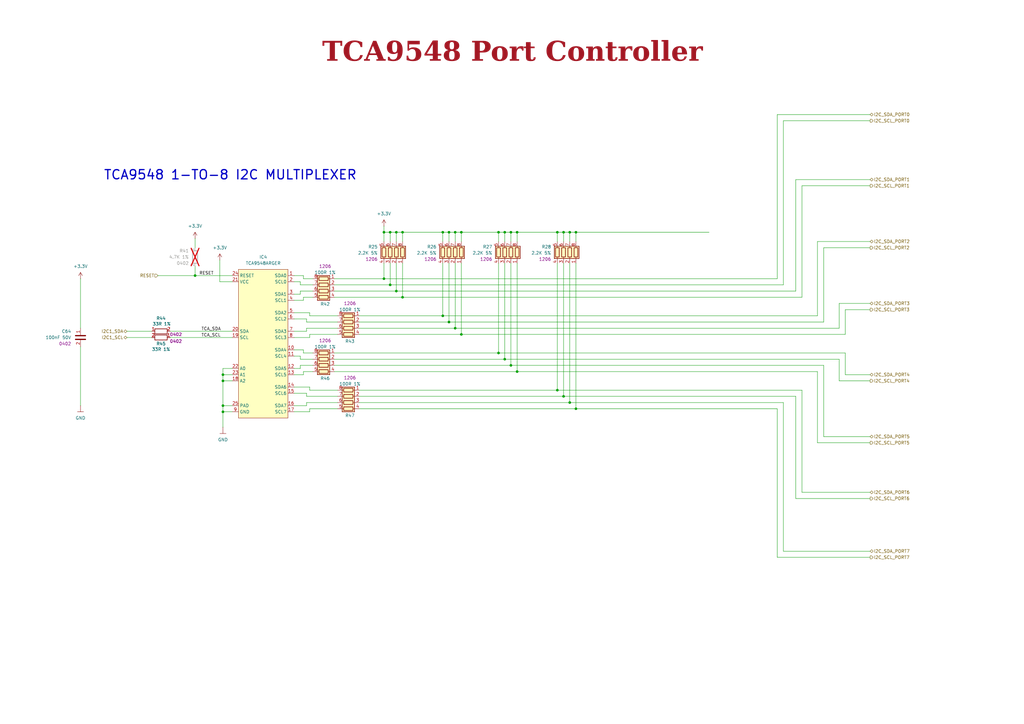
<source format=kicad_sch>
(kicad_sch (version 20250114) (generator "eeschema") (generator_version "9.0")
  (paper "A3")
  (title_block (title "TCA9548 Port Controller") (date "2025-01-12") (rev "${REVISION}") (company "${COMPANY}"))
  (lib_symbols
    (symbol "DS_Capacitor_0402:100nF 50V 0402"
      (property "Reference" "C" (at 3.81 2.032 0))
      (property "Value" "100nF 50V" (at 3.81 0 0))
      (property "FOOTPRINT_SHORT" "0402" (at 3.81 -2.032 0))
      (symbol "100nF 50V 0402_0_1"
        (polyline (pts (xy -2.032 0.762) (xy 2.032 0.762)) (stroke (width 0.508)))
        (polyline (pts (xy -2.032 -0.762) (xy 2.032 -0.762)) (stroke (width 0.508)))
      )
      (symbol "100nF 50V 0402_1_1"
        (pin passive line (at 0 3.81 270) (length 2.794) (name "~") (number "1"))
        (pin passive line (at 0 -3.81 90) (length 2.794) (name "~") (number "2"))
      )
    )
    (symbol "DS_Peripherals:TCA9548ARGER"
      (property "Reference" "IC" (at -6.35 33.274 0))
      (property "Value" "TCA9548ARGER" (at -1.778 -31.496 0))
      (symbol "TCA9548ARGER_0_0"
        (pin input line (at -12.7 29.21 0) (length 2.54) (name "RESET") (number "24"))
        (pin power_in line (at -12.7 26.67 0) (length 2.54) (name "VCC") (number "21"))
        (pin bidirectional line (at -12.7 6.35 0) (length 2.54) (name "SDA") (number "20"))
        (pin bidirectional line (at -12.7 3.81 0) (length 2.54) (name "SCL") (number "19"))
        (pin input line (at -12.7 -8.89 0) (length 2.54) (name "A0") (number "22"))
        (pin input line (at -12.7 -11.43 0) (length 2.54) (name "A1") (number "23"))
        (pin input line (at -12.7 -13.97 0) (length 2.54) (name "A2") (number "18"))
        (pin power_in line (at -12.7 -24.13 0) (length 2.54) (name "PAD") (number "25"))
        (pin power_in line (at -12.7 -26.67 0) (length 2.54) (name "GND") (number "9"))
        (pin bidirectional line (at 12.7 29.21 180) (length 2.54) (name "SDA0") (number "1"))
        (pin bidirectional line (at 12.7 26.67 180) (length 2.54) (name "SCL0") (number "2"))
        (pin bidirectional line (at 12.7 21.59 180) (length 2.54) (name "SDA1") (number "3"))
        (pin bidirectional line (at 12.7 19.05 180) (length 2.54) (name "SCL1") (number "4"))
        (pin bidirectional line (at 12.7 13.97 180) (length 2.54) (name "SDA2") (number "5"))
        (pin bidirectional line (at 12.7 11.43 180) (length 2.54) (name "SCL2") (number "6"))
        (pin bidirectional line (at 12.7 6.35 180) (length 2.54) (name "SDA3") (number "7"))
        (pin bidirectional line (at 12.7 3.81 180) (length 2.54) (name "SCL3") (number "8"))
        (pin bidirectional line (at 12.7 -1.27 180) (length 2.54) (name "SDA4") (number "10"))
        (pin bidirectional line (at 12.7 -3.81 180) (length 2.54) (name "SCL4") (number "11"))
        (pin bidirectional line (at 12.7 -8.89 180) (length 2.54) (name "SDA5") (number "12"))
        (pin bidirectional line (at 12.7 -11.43 180) (length 2.54) (name "SCL5") (number "13"))
        (pin bidirectional line (at 12.7 -16.51 180) (length 2.54) (name "SDA6") (number "14"))
        (pin bidirectional line (at 12.7 -19.05 180) (length 2.54) (name "SCL6") (number "15"))
        (pin bidirectional line (at 12.7 -24.13 180) (length 2.54) (name "SDA7") (number "16"))
        (pin bidirectional line (at 12.7 -26.67 180) (length 2.54) (name "SCL7") (number "17"))
      )
      (symbol "TCA9548ARGER_0_1"
        (rectangle (start -10.16 31.75) (end 10.16 -29.21) (fill (type background)))
      )
    )
    (symbol "DS_Resistor_0402:33R 1% 0402"
      (property "Reference" "R" (at 2.032 2.032 0))
      (property "Value" "33R 1%" (at 2.032 0 0))
      (property "FOOTPRINT_SHORT" "0402" (at 2.032 -2.032 0))
      (symbol "33R 1% 0402_0_1"
        (rectangle (start -1.016 2.54) (end 1.016 -2.54) (stroke (width 0.254)))
      )
      (symbol "33R 1% 0402_1_1"
        (pin passive line (at 0 3.81 270) (length 1.27) (name "~") (number "1"))
        (pin passive line (at 0 -3.81 90) (length 1.27) (name "~") (number "2"))
      )
    )
    (symbol "DS_Resistor_0402:4.7K 1% 0402"
      (property "Reference" "R" (at 2.032 2.032 0))
      (property "Value" "4.7K 1%" (at 2.032 0 0))
      (property "FOOTPRINT_SHORT" "0402" (at 2.032 -2.032 0))
      (symbol "4.7K 1% 0402_0_1"
        (rectangle (start -1.016 2.54) (end 1.016 -2.54) (stroke (width 0.254)))
      )
      (symbol "4.7K 1% 0402_1_1"
        (pin passive line (at 0 3.81 270) (length 1.27) (name "~") (number "1"))
        (pin passive line (at 0 -3.81 90) (length 1.27) (name "~") (number "2"))
      )
    )
    (symbol "DS_Resistor_1206:100R 1% ARRAY 1206"
      (property "Reference" "R" (at 6.096 2.794 0))
      (property "Value" "100R 1%" (at 6.096 0.762 0))
      (property "FOOTPRINT_SHORT" "1206" (at 6.096 -1.27 0))
      (symbol "100R 1% ARRAY 1206_0_1"
        (rectangle (start -5.08 3.175) (end 5.08 -1.905) (stroke (width 0.254)) (fill (type background)))
        (rectangle (start -4.572 2.54) (end -3.048 -1.27) (stroke (width 0.254)))
        (polyline (pts (xy -3.81 -1.27) (xy -3.81 -2.54)))
        (rectangle (start -2.032 2.54) (end -0.508 -1.27) (stroke (width 0.254)))
        (polyline (pts (xy -1.27 -1.27) (xy -1.27 -2.54)))
        (rectangle (start 0.508 2.54) (end 2.032 -1.27) (stroke (width 0.254)))
        (polyline (pts (xy 1.27 -1.27) (xy 1.27 -2.54)))
        (rectangle (start 3.048 2.54) (end 4.572 -1.27) (stroke (width 0.254)))
        (polyline (pts (xy 3.81 -1.27) (xy 3.81 -2.54)))
      )
      (symbol "100R 1% ARRAY 1206_1_1"
        (pin passive line (at -3.81 5.08 270) (length 2.54) (name "R12") (number "8"))
        (pin passive line (at -3.81 -3.81 90) (length 1.27) (name "R11") (number "1"))
        (pin passive line (at -1.27 5.08 270) (length 2.54) (name "R22") (number "7"))
        (pin passive line (at -1.27 -3.81 90) (length 1.27) (name "R12") (number "2"))
        (pin passive line (at 1.27 5.08 270) (length 2.54) (name "R23") (number "6"))
        (pin passive line (at 1.27 -3.81 90) (length 1.27) (name "R13") (number "3"))
        (pin passive line (at 3.81 5.08 270) (length 2.54) (name "R24") (number "5"))
        (pin passive line (at 3.81 -3.81 90) (length 1.27) (name "R14") (number "4"))
      )
    )
    (symbol "DS_Resistor_1206:2.2K 5% ARRAY 1206"
      (property "Reference" "R" (at 6.096 2.794 0))
      (property "Value" "2.2K 5%" (at 6.096 0.762 0))
      (property "FOOTPRINT_SHORT" "1206" (at 6.096 -1.27 0))
      (symbol "2.2K 5% ARRAY 1206_0_1"
        (rectangle (start -5.08 3.175) (end 5.08 -1.905) (stroke (width 0.254)) (fill (type background)))
        (rectangle (start -4.572 2.54) (end -3.048 -1.27) (stroke (width 0.254)))
        (polyline (pts (xy -3.81 -1.27) (xy -3.81 -2.54)))
        (rectangle (start -2.032 2.54) (end -0.508 -1.27) (stroke (width 0.254)))
        (polyline (pts (xy -1.27 -1.27) (xy -1.27 -2.54)))
        (rectangle (start 0.508 2.54) (end 2.032 -1.27) (stroke (width 0.254)))
        (polyline (pts (xy 1.27 -1.27) (xy 1.27 -2.54)))
        (rectangle (start 3.048 2.54) (end 4.572 -1.27) (stroke (width 0.254)))
        (polyline (pts (xy 3.81 -1.27) (xy 3.81 -2.54)))
      )
      (symbol "2.2K 5% ARRAY 1206_1_1"
        (pin passive line (at -3.81 5.08 270) (length 2.54) (name "R12") (number "8"))
        (pin passive line (at -3.81 -3.81 90) (length 1.27) (name "R11") (number "1"))
        (pin passive line (at -1.27 5.08 270) (length 2.54) (name "R22") (number "7"))
        (pin passive line (at -1.27 -3.81 90) (length 1.27) (name "R12") (number "2"))
        (pin passive line (at 1.27 5.08 270) (length 2.54) (name "R23") (number "6"))
        (pin passive line (at 1.27 -3.81 90) (length 1.27) (name "R13") (number "3"))
        (pin passive line (at 3.81 5.08 270) (length 2.54) (name "R24") (number "5"))
        (pin passive line (at 3.81 -3.81 90) (length 1.27) (name "R14") (number "4"))
      )
    )
    (symbol "DS_Supply:GND" (power) (pin_numbers (hide yes)) (pin_names (offset 0) (hide yes))
      (property "Value" "GND" (at 0 -3.81 0))
      (symbol "GND_0_1"
        (polyline (pts (xy 0 0) (xy 0 -2.54) (xy 1.27 -2.54) (xy 0 -2.54) (xy -1.27 -2.54) (xy 0 -2.54)))
      )
      (symbol "GND_1_1"
        (pin power_in line (at 0 0 270) (length 0) (name "~") (number "1"))
      )
    )
    (symbol "power:+3.3V" (power) (pin_numbers (hide yes)) (pin_names (offset 0) (hide yes))
      (property "Value" "+3.3V" (at 0 3.556 0))
      (symbol "+3.3V_0_1"
        (polyline (pts (xy -0.762 1.27) (xy 0 2.54)))
        (polyline (pts (xy 0 2.54) (xy 0.762 1.27)))
        (polyline (pts (xy 0 0) (xy 0 2.54)))
      )
      (symbol "+3.3V_1_1"
        (pin power_in line (at 0 0 90) (length 0) (name "~") (number "1"))
      )
    )
  )
  (text "TCA9548 1-TO-8 I2C MULTIPLEXER" (at 42.418 71.882 0) (effects (font (size 3.81 3.81) (thickness 0.508) (bold yes)) (justify left)))
  (text_box "TCA9548 Port Controller" (at 12.7 15.24 0) (size 394.97 12.7) (margins 5.9999 5.9999 5.9999 5.9999) (stroke (width -0.0001)) (effects (font (size 8 8) (thickness 1.2) (bold yes))))
  (junction (at 236.22 167.64))
  (junction (at 207.01 95.25))
  (junction (at 204.47 95.25))
  (junction (at 212.09 95.25))
  (junction (at 160.02 95.25))
  (junction (at 228.6 95.25))
  (junction (at 165.1 95.25))
  (junction (at 157.48 114.3))
  (junction (at 233.68 165.1))
  (junction (at 91.44 168.91))
  (junction (at 91.44 156.21))
  (junction (at 236.22 95.25))
  (junction (at 189.23 95.25))
  (junction (at 181.61 129.54))
  (junction (at 186.69 134.62))
  (junction (at 186.69 95.25))
  (junction (at 162.56 119.38))
  (junction (at 231.14 95.25))
  (junction (at 91.44 153.67))
  (junction (at 209.55 149.86))
  (junction (at 204.47 144.78))
  (junction (at 228.6 160.02))
  (junction (at 184.15 132.08))
  (junction (at 162.56 95.25))
  (junction (at 231.14 162.56))
  (junction (at 157.48 95.25))
  (junction (at 91.44 166.37))
  (junction (at 209.55 95.25))
  (junction (at 181.61 95.25))
  (junction (at 207.01 147.32))
  (junction (at 160.02 116.84))
  (junction (at 212.09 152.4))
  (junction (at 189.23 137.16))
  (junction (at 184.15 95.25))
  (junction (at 80.01 113.03))
  (junction (at 165.1 121.92))
  (junction (at 233.68 95.25))
  (wire (pts (xy 147.32 132.08) (xy 184.15 132.08)))
  (wire (pts (xy 337.82 101.6) (xy 356.87 101.6)))
  (wire (pts (xy 328.93 201.93) (xy 328.93 160.02)))
  (wire (pts (xy 123.19 119.38) (xy 128.27 119.38)))
  (wire (pts (xy 181.61 95.25) (xy 181.61 99.06)))
  (wire (pts (xy 120.65 113.03) (xy 124.46 113.03)))
  (wire (pts (xy 137.16 152.4) (xy 212.09 152.4)))
  (wire (pts (xy 346.71 127) (xy 346.71 137.16)))
  (wire (pts (xy 326.39 73.66) (xy 356.87 73.66)))
  (wire (pts (xy 186.69 134.62) (xy 344.17 134.62)))
  (wire (pts (xy 69.85 138.43) (xy 95.25 138.43)))
  (wire (pts (xy 91.44 153.67) (xy 95.25 153.67)))
  (wire (pts (xy 124.46 114.3) (xy 128.27 114.3)))
  (wire (pts (xy 318.77 228.6) (xy 356.87 228.6)))
  (wire (pts (xy 125.73 134.62) (xy 138.43 134.62)))
  (wire (pts (xy 120.65 128.27) (xy 127 128.27)))
  (wire (pts (xy 228.6 95.25) (xy 231.14 95.25)))
  (wire (pts (xy 91.44 166.37) (xy 95.25 166.37)))
  (wire (pts (xy 228.6 107.95) (xy 228.6 160.02)))
  (wire (pts (xy 123.19 116.84) (xy 128.27 116.84)))
  (wire (pts (xy 189.23 95.25) (xy 189.23 99.06)))
  (wire (pts (xy 125.73 132.08) (xy 138.43 132.08)))
  (wire (pts (xy 162.56 119.38) (xy 326.39 119.38)))
  (wire (pts (xy 120.65 153.67) (xy 124.46 153.67)))
  (wire (pts (xy 236.22 95.25) (xy 236.22 99.06)))
  (wire (pts (xy 137.16 114.3) (xy 157.48 114.3)))
  (wire (pts (xy 147.32 129.54) (xy 181.61 129.54)))
  (wire (pts (xy 125.73 162.56) (xy 138.43 162.56)))
  (wire (pts (xy 160.02 95.25) (xy 160.02 99.06)))
  (wire (pts (xy 80.01 97.79) (xy 80.01 101.6)))
  (wire (pts (xy 207.01 95.25) (xy 207.01 99.06)))
  (wire (pts (xy 186.69 95.25) (xy 186.69 99.06)))
  (wire (pts (xy 80.01 113.03) (xy 95.25 113.03)))
  (wire (pts (xy 209.55 149.86) (xy 337.82 149.86)))
  (wire (pts (xy 337.82 132.08) (xy 337.82 101.6)))
  (wire (pts (xy 124.46 121.92) (xy 128.27 121.92)))
  (wire (pts (xy 212.09 95.25) (xy 212.09 99.06)))
  (wire (pts (xy 124.46 153.67) (xy 124.46 152.4)))
  (wire (pts (xy 233.68 107.95) (xy 233.68 165.1)))
  (wire (pts (xy 91.44 153.67) (xy 91.44 156.21)))
  (wire (pts (xy 181.61 129.54) (xy 335.28 129.54)))
  (wire (pts (xy 207.01 95.25) (xy 209.55 95.25)))
  (wire (pts (xy 120.65 161.29) (xy 125.73 161.29)))
  (wire (pts (xy 321.31 116.84) (xy 321.31 49.53)))
  (wire (pts (xy 125.73 166.37) (xy 125.73 165.1)))
  (wire (pts (xy 326.39 204.47) (xy 356.87 204.47)))
  (wire (pts (xy 326.39 73.66) (xy 326.39 119.38)))
  (wire (pts (xy 137.16 144.78) (xy 204.47 144.78)))
  (wire (pts (xy 120.65 166.37) (xy 125.73 166.37)))
  (wire (pts (xy 120.65 168.91) (xy 127 168.91)))
  (wire (pts (xy 123.19 149.86) (xy 128.27 149.86)))
  (wire (pts (xy 91.44 168.91) (xy 95.25 168.91)))
  (wire (pts (xy 328.93 76.2) (xy 328.93 121.92)))
  (wire (pts (xy 335.28 152.4) (xy 335.28 181.61)))
  (wire (pts (xy 124.46 113.03) (xy 124.46 114.3)))
  (wire (pts (xy 236.22 107.95) (xy 236.22 167.64)))
  (wire (pts (xy 157.48 114.3) (xy 318.77 114.3)))
  (wire (pts (xy 95.25 151.13) (xy 91.44 151.13)))
  (wire (pts (xy 127 137.16) (xy 138.43 137.16)))
  (wire (pts (xy 157.48 92.71) (xy 157.48 95.25)))
  (wire (pts (xy 125.73 161.29) (xy 125.73 162.56)))
  (wire (pts (xy 120.65 146.05) (xy 123.19 146.05)))
  (wire (pts (xy 165.1 121.92) (xy 328.93 121.92)))
  (wire (pts (xy 91.44 168.91) (xy 91.44 175.26)))
  (wire (pts (xy 123.19 147.32) (xy 128.27 147.32)))
  (wire (pts (xy 328.93 201.93) (xy 356.87 201.93)))
  (wire (pts (xy 123.19 151.13) (xy 123.19 149.86)))
  (wire (pts (xy 321.31 165.1) (xy 321.31 226.06)))
  (wire (pts (xy 231.14 95.25) (xy 233.68 95.25)))
  (wire (pts (xy 233.68 95.25) (xy 233.68 99.06)))
  (wire (pts (xy 204.47 95.25) (xy 204.47 99.06)))
  (wire (pts (xy 326.39 204.47) (xy 326.39 162.56)))
  (wire (pts (xy 95.25 115.57) (xy 90.17 115.57)))
  (wire (pts (xy 124.46 152.4) (xy 128.27 152.4)))
  (wire (pts (xy 318.77 114.3) (xy 318.77 46.99)))
  (wire (pts (xy 127 158.75) (xy 127 160.02)))
  (wire (pts (xy 124.46 144.78) (xy 128.27 144.78)))
  (wire (pts (xy 344.17 124.46) (xy 356.87 124.46)))
  (wire (pts (xy 127 129.54) (xy 138.43 129.54)))
  (wire (pts (xy 160.02 107.95) (xy 160.02 116.84)))
  (wire (pts (xy 189.23 137.16) (xy 346.71 137.16)))
  (wire (pts (xy 209.55 95.25) (xy 212.09 95.25)))
  (wire (pts (xy 137.16 149.86) (xy 209.55 149.86)))
  (wire (pts (xy 209.55 107.95) (xy 209.55 149.86)))
  (wire (pts (xy 147.32 160.02) (xy 228.6 160.02)))
  (wire (pts (xy 207.01 147.32) (xy 344.17 147.32)))
  (wire (pts (xy 165.1 95.25) (xy 165.1 99.06)))
  (wire (pts (xy 80.01 113.03) (xy 64.77 113.03)))
  (wire (pts (xy 125.73 130.81) (xy 125.73 132.08)))
  (wire (pts (xy 186.69 95.25) (xy 189.23 95.25)))
  (wire (pts (xy 186.69 107.95) (xy 186.69 134.62)))
  (wire (pts (xy 157.48 107.95) (xy 157.48 114.3)))
  (wire (pts (xy 127 168.91) (xy 127 167.64)))
  (wire (pts (xy 120.65 138.43) (xy 127 138.43)))
  (wire (pts (xy 147.32 137.16) (xy 189.23 137.16)))
  (wire (pts (xy 207.01 107.95) (xy 207.01 147.32)))
  (wire (pts (xy 147.32 162.56) (xy 231.14 162.56)))
  (wire (pts (xy 337.82 149.86) (xy 337.82 179.07)))
  (wire (pts (xy 127 138.43) (xy 127 137.16)))
  (wire (pts (xy 204.47 95.25) (xy 207.01 95.25)))
  (wire (pts (xy 346.71 153.67) (xy 346.71 144.78)))
  (wire (pts (xy 344.17 156.21) (xy 344.17 147.32)))
  (wire (pts (xy 231.14 107.95) (xy 231.14 162.56)))
  (wire (pts (xy 321.31 226.06) (xy 356.87 226.06)))
  (wire (pts (xy 189.23 95.25) (xy 204.47 95.25)))
  (wire (pts (xy 328.93 76.2) (xy 356.87 76.2)))
  (wire (pts (xy 204.47 107.95) (xy 204.47 144.78)))
  (wire (pts (xy 189.23 107.95) (xy 189.23 137.16)))
  (wire (pts (xy 228.6 95.25) (xy 228.6 99.06)))
  (wire (pts (xy 212.09 107.95) (xy 212.09 152.4)))
  (wire (pts (xy 184.15 107.95) (xy 184.15 132.08)))
  (wire (pts (xy 123.19 146.05) (xy 123.19 147.32)))
  (wire (pts (xy 91.44 156.21) (xy 91.44 166.37)))
  (wire (pts (xy 62.23 138.43) (xy 52.07 138.43)))
  (wire (pts (xy 335.28 181.61) (xy 356.87 181.61)))
  (wire (pts (xy 236.22 167.64) (xy 318.77 167.64)))
  (wire (pts (xy 91.44 156.21) (xy 95.25 156.21)))
  (wire (pts (xy 209.55 95.25) (xy 209.55 99.06)))
  (wire (pts (xy 162.56 107.95) (xy 162.56 119.38)))
  (wire (pts (xy 120.65 143.51) (xy 124.46 143.51)))
  (wire (pts (xy 204.47 144.78) (xy 346.71 144.78)))
  (wire (pts (xy 212.09 152.4) (xy 335.28 152.4)))
  (wire (pts (xy 212.09 95.25) (xy 228.6 95.25)))
  (wire (pts (xy 228.6 160.02) (xy 328.93 160.02)))
  (wire (pts (xy 184.15 95.25) (xy 186.69 95.25)))
  (wire (pts (xy 344.17 156.21) (xy 356.87 156.21)))
  (wire (pts (xy 120.65 151.13) (xy 123.19 151.13)))
  (wire (pts (xy 346.71 153.67) (xy 356.87 153.67)))
  (wire (pts (xy 233.68 95.25) (xy 236.22 95.25)))
  (wire (pts (xy 344.17 124.46) (xy 344.17 134.62)))
  (wire (pts (xy 124.46 123.19) (xy 124.46 121.92)))
  (wire (pts (xy 181.61 107.95) (xy 181.61 129.54)))
  (wire (pts (xy 137.16 121.92) (xy 165.1 121.92)))
  (wire (pts (xy 231.14 95.25) (xy 231.14 99.06)))
  (wire (pts (xy 33.02 166.37) (xy 33.02 142.24)))
  (wire (pts (xy 137.16 116.84) (xy 160.02 116.84)))
  (wire (pts (xy 231.14 162.56) (xy 326.39 162.56)))
  (wire (pts (xy 120.65 115.57) (xy 123.19 115.57)))
  (wire (pts (xy 233.68 165.1) (xy 321.31 165.1)))
  (wire (pts (xy 346.71 127) (xy 356.87 127)))
  (wire (pts (xy 147.32 165.1) (xy 233.68 165.1)))
  (wire (pts (xy 69.85 135.89) (xy 95.25 135.89)))
  (wire (pts (xy 160.02 95.25) (xy 162.56 95.25)))
  (wire (pts (xy 137.16 119.38) (xy 162.56 119.38)))
  (wire (pts (xy 162.56 95.25) (xy 165.1 95.25)))
  (wire (pts (xy 91.44 166.37) (xy 91.44 168.91)))
  (wire (pts (xy 125.73 165.1) (xy 138.43 165.1)))
  (wire (pts (xy 160.02 116.84) (xy 321.31 116.84)))
  (wire (pts (xy 165.1 107.95) (xy 165.1 121.92)))
  (wire (pts (xy 137.16 147.32) (xy 207.01 147.32)))
  (wire (pts (xy 33.02 114.3) (xy 33.02 134.62)))
  (wire (pts (xy 80.01 109.22) (xy 80.01 113.03)))
  (wire (pts (xy 335.28 129.54) (xy 335.28 99.06)))
  (wire (pts (xy 147.32 167.64) (xy 236.22 167.64)))
  (wire (pts (xy 337.82 179.07) (xy 356.87 179.07)))
  (wire (pts (xy 120.65 123.19) (xy 124.46 123.19)))
  (wire (pts (xy 125.73 135.89) (xy 125.73 134.62)))
  (wire (pts (xy 90.17 106.68) (xy 90.17 115.57)))
  (wire (pts (xy 127 167.64) (xy 138.43 167.64)))
  (wire (pts (xy 120.65 135.89) (xy 125.73 135.89)))
  (wire (pts (xy 184.15 132.08) (xy 337.82 132.08)))
  (wire (pts (xy 123.19 115.57) (xy 123.19 116.84)))
  (wire (pts (xy 236.22 95.25) (xy 290.83 95.25)))
  (wire (pts (xy 127 160.02) (xy 138.43 160.02)))
  (wire (pts (xy 181.61 95.25) (xy 184.15 95.25)))
  (wire (pts (xy 124.46 143.51) (xy 124.46 144.78)))
  (wire (pts (xy 91.44 151.13) (xy 91.44 153.67)))
  (wire (pts (xy 157.48 95.25) (xy 160.02 95.25)))
  (wire (pts (xy 123.19 120.65) (xy 123.19 119.38)))
  (wire (pts (xy 147.32 134.62) (xy 186.69 134.62)))
  (wire (pts (xy 184.15 95.25) (xy 184.15 99.06)))
  (wire (pts (xy 318.77 46.99) (xy 356.87 46.99)))
  (wire (pts (xy 157.48 95.25) (xy 157.48 99.06)))
  (wire (pts (xy 120.65 158.75) (xy 127 158.75)))
  (wire (pts (xy 165.1 95.25) (xy 181.61 95.25)))
  (wire (pts (xy 321.31 49.53) (xy 356.87 49.53)))
  (wire (pts (xy 62.23 135.89) (xy 52.07 135.89)))
  (wire (pts (xy 120.65 120.65) (xy 123.19 120.65)))
  (wire (pts (xy 127 128.27) (xy 127 129.54)))
  (wire (pts (xy 120.65 130.81) (xy 125.73 130.81)))
  (wire (pts (xy 318.77 167.64) (xy 318.77 228.6)))
  (wire (pts (xy 162.56 95.25) (xy 162.56 99.06)))
  (wire (pts (xy 335.28 99.06) (xy 356.87 99.06)))
  (label "TCA_SCL" (at 82.55 138.43 0))
  (label "RESET" (at 87.63 113.03 180))
  (label "TCA_SDA" (at 82.55 135.89 0))
  (hierarchical_label "I2C_SDA_PORT2" (shape bidirectional) (at 356.87 99.06 0))
  (hierarchical_label "I2C1_SCL" (shape bidirectional) (at 52.07 138.43 180))
  (hierarchical_label "I2C_SCL_PORT7" (shape output) (at 356.87 228.6 0))
  (hierarchical_label "I2C_SCL_PORT3" (shape output) (at 356.87 127 0))
  (hierarchical_label "I2C_SDA_PORT1" (shape bidirectional) (at 356.87 73.66 0))
  (hierarchical_label "RESET" (shape input) (at 64.77 113.03 180))
  (hierarchical_label "I2C_SDA_PORT3" (shape bidirectional) (at 356.87 124.46 0))
  (hierarchical_label "I2C_SDA_PORT4" (shape bidirectional) (at 356.87 153.67 0))
  (hierarchical_label "I2C_SDA_PORT5" (shape bidirectional) (at 356.87 179.07 0))
  (hierarchical_label "I2C_SCL_PORT0" (shape output) (at 356.87 49.53 0))
  (hierarchical_label "I2C_SCL_PORT6" (shape output) (at 356.87 204.47 0))
  (hierarchical_label "I2C_SDA_PORT0" (shape bidirectional) (at 356.87 46.99 0))
  (hierarchical_label "I2C_SCL_PORT2" (shape output) (at 356.87 101.6 0))
  (hierarchical_label "I2C1_SDA" (shape bidirectional) (at 52.07 135.89 180))
  (hierarchical_label "I2C_SCL_PORT4" (shape output) (at 356.87 156.21 0))
  (hierarchical_label "I2C_SCL_PORT1" (shape output) (at 356.87 76.2 0))
  (hierarchical_label "I2C_SDA_PORT6" (shape bidirectional) (at 356.87 201.93 0))
  (hierarchical_label "I2C_SDA_PORT7" (shape bidirectional) (at 356.87 226.06 0))
  (hierarchical_label "I2C_SCL_PORT5" (shape output) (at 356.87 181.61 0))
  (symbol (lib_id "DS_Resistor_0402:33R 1% 0402") (at 66.04 135.89 90) (unit 1)
    (property "Reference" "R44" (at 66.04 130.556 90))
    (property "Value" "33R 1%" (at 66.294 132.842 90))
    (property "Footprint" "Resistor_SMD:R_0402_1005Metric" (effects (hide yes)))
    (property "Description" "-55℃~+155℃ 33Ω 50V 62.5mW Thick Film Resistor ±1% ±100ppm/℃ 0402 Chip Resistor - Surface Mount ROHS" (effects (hide yes)))
    (property "LCSC_PART" "C25105" (effects (hide yes)))
    (property "ROHS" "YES" (effects (hide yes)))
    (property "FOOTPRINT_SHORT" "0402" (at 72.136 137.16 90))
    (property "MFR" "ROHM" (effects (hide yes)))
  )
  (symbol (lib_id "DS_Supply:GND") (at 91.44 175.26 0) (unit 1)
    (property "Reference" "#PWR067" (effects (hide yes)))
    (property "Value" "GND" (at 91.44 180.34 0))
    (property "Description" "Power symbol creates a global label with name \"GND\" , ground" (effects (hide yes)))
  )
  (symbol (lib_id "DS_Resistor_1206:2.2K 5% ARRAY 1206") (at 208.28 104.14 0) (mirror y) (unit 1)
    (property "Reference" "R27" (at 201.93 101.2189 0) (effects (justify left)))
    (property "Value" "2.2K 5%" (at 201.93 103.7589 0) (effects (justify left)))
    (property "Footprint" "Resistor_SMD:R_Array_Convex_4x0603" (effects (hide yes)))
    (property "Datasheet" "https://jlcpcb.com/api/file/downloadByFileSystemAccessId/8586173052141121536" (effects (hide yes)))
    (property "Description" "1/16W 2.2kΩ 4 8 ±200ppm/°C ±5% 0603x4 Resistor Networks, Arrays ROHS" (effects (hide yes)))
    (property "LCSC_PART" "C12001" (effects (hide yes)))
    (property "LCSC_PRICE" "EUR 0.0070" (effects (hide yes)))
    (property "ROHS" "YES" (effects (hide yes)))
    (property "FOOTPRINT_SHORT" "1206" (at 201.93 106.2989 0) (effects (justify left)))
    (property "MFR" "UNI-ROYAL" (effects (hide yes)))
    (property "MPN" "4D03WGJ0222T5E" (effects (hide yes)))
  )
  (symbol (lib_id "DS_Resistor_1206:100R 1% ARRAY 1206") (at 133.35 118.11 90) (mirror x) (unit 1)
    (property "Reference" "R42" (at 133.35 124.714 90))
    (property "Value" "100R 1%" (at 133.35 111.76 90))
    (property "Footprint" "Resistor_SMD:R_Array_Convex_4x0603" (effects (hide yes)))
    (property "Datasheet" "https://jlcpcb.com/api/file/downloadByFileSystemAccessId/8588884044750180352" (effects (hide yes)))
    (property "Description" "100Ω 4 62.5mW 8 ±1% ±200ppm/°C 0603x4 Resistor Networks, Arrays ROHS" (effects (hide yes)))
    (property "LCSC_PART" "C136838" (effects (hide yes)))
    (property "LCSC_PRICE" "EUR 0.0092" (effects (hide yes)))
    (property "ROHS" "YES" (effects (hide yes)))
    (property "FOOTPRINT_SHORT" "1206" (at 133.35 109.22 90))
    (property "MFR" "YAGEO" (effects (hide yes)))
    (property "MPN" "YC164-FR-07100RL" (effects (hide yes)))
  )
  (symbol (lib_id "power:+3.3V") (at 90.17 106.68 0) (unit 1)
    (property "Reference" "#PWR066" (effects (hide yes)))
    (property "Value" "+3.3V" (at 90.17 101.6 0))
    (property "Description" "Power symbol creates a global label with name \"+3.3V\"" (effects (hide yes)))
  )
  (symbol (lib_id "power:+3.3V") (at 80.01 97.79 0) (mirror y) (unit 1)
    (property "Reference" "#PWR065" (effects (hide yes)))
    (property "Value" "+3.3V" (at 80.01 92.71 0))
    (property "Description" "Power symbol creates a global label with name \"+3.3V\"" (effects (hide yes)))
  )
  (symbol (lib_id "power:+3.3V") (at 33.02 114.3 0) (mirror y) (unit 1)
    (property "Reference" "#PWR0232" (effects (hide yes)))
    (property "Value" "+3.3V" (at 33.02 109.22 0))
    (property "Description" "Power symbol creates a global label with name \"+3.3V\"" (effects (hide yes)))
  )
  (symbol (lib_id "DS_Resistor_1206:100R 1% ARRAY 1206") (at 143.51 133.35 90) (mirror x) (unit 1)
    (property "Reference" "R43" (at 143.51 139.954 90))
    (property "Value" "100R 1%" (at 143.51 127 90))
    (property "Footprint" "Resistor_SMD:R_Array_Convex_4x0603" (effects (hide yes)))
    (property "Datasheet" "https://jlcpcb.com/api/file/downloadByFileSystemAccessId/8588884044750180352" (effects (hide yes)))
    (property "Description" "100Ω 4 62.5mW 8 ±1% ±200ppm/°C 0603x4 Resistor Networks, Arrays ROHS" (effects (hide yes)))
    (property "LCSC_PART" "C136838" (effects (hide yes)))
    (property "LCSC_PRICE" "EUR 0.0092" (effects (hide yes)))
    (property "ROHS" "YES" (effects (hide yes)))
    (property "FOOTPRINT_SHORT" "1206" (at 143.51 124.46 90))
    (property "MFR" "YAGEO" (effects (hide yes)))
    (property "MPN" "YC164-FR-07100RL" (effects (hide yes)))
  )
  (symbol (lib_id "DS_Resistor_0402:33R 1% 0402") (at 66.04 138.43 270) (mirror x) (unit 1)
    (property "Reference" "R45" (at 66.04 140.97 90))
    (property "Value" "33R 1%" (at 66.04 143.256 90))
    (property "Footprint" "Resistor_SMD:R_0402_1005Metric" (effects (hide yes)))
    (property "Description" "-55℃~+155℃ 33Ω 50V 62.5mW Thick Film Resistor ±1% ±100ppm/℃ 0402 Chip Resistor - Surface Mount ROHS" (effects (hide yes)))
    (property "LCSC_PART" "C25105" (effects (hide yes)))
    (property "ROHS" "YES" (effects (hide yes)))
    (property "FOOTPRINT_SHORT" "0402" (at 72.136 139.954 90))
    (property "MFR" "ROHM" (effects (hide yes)))
  )
  (symbol (lib_id "DS_Resistor_1206:2.2K 5% ARRAY 1206") (at 161.29 104.14 0) (mirror y) (unit 1)
    (property "Reference" "R25" (at 154.94 101.2189 0) (effects (justify left)))
    (property "Value" "2.2K 5%" (at 154.94 103.7589 0) (effects (justify left)))
    (property "Footprint" "Resistor_SMD:R_Array_Convex_4x0603" (effects (hide yes)))
    (property "Datasheet" "https://jlcpcb.com/api/file/downloadByFileSystemAccessId/8586173052141121536" (effects (hide yes)))
    (property "Description" "1/16W 2.2kΩ 4 8 ±200ppm/°C ±5% 0603x4 Resistor Networks, Arrays ROHS" (effects (hide yes)))
    (property "LCSC_PART" "C12001" (effects (hide yes)))
    (property "LCSC_PRICE" "EUR 0.0070" (effects (hide yes)))
    (property "ROHS" "YES" (effects (hide yes)))
    (property "FOOTPRINT_SHORT" "1206" (at 154.94 106.2989 0) (effects (justify left)))
    (property "MFR" "UNI-ROYAL" (effects (hide yes)))
    (property "MPN" "4D03WGJ0222T5E" (effects (hide yes)))
  )
  (symbol (lib_id "DS_Supply:GND") (at 33.02 166.37 0) (unit 1)
    (property "Reference" "#PWR0233" (effects (hide yes)))
    (property "Value" "GND" (at 33.02 171.45 0))
    (property "Description" "Power symbol creates a global label with name \"GND\" , ground" (effects (hide yes)))
  )
  (symbol (lib_id "DS_Capacitor_0402:100nF 50V 0402") (at 33.02 138.43 0) (mirror y) (unit 1)
    (property "Reference" "C64" (at 29.21 135.8899 0) (effects (justify left)))
    (property "Value" "100nF 50V" (at 29.21 138.4299 0) (effects (justify left)))
    (property "Footprint" "Capacitor_SMD:C_0402_1005Metric" (effects (hide yes)))
    (property "Description" "50V 100nF X7R ±10% 0402 Multilayer Ceramic Capacitors MLCC - SMD/SMT ROHS" (effects (hide yes)))
    (property "FOOTPRINT_SHORT" "0402" (at 29.21 140.9699 0) (effects (justify left)))
    (property "ROHS" "YES" (effects (hide yes)))
    (property "LCSC_PART" "C307331" (effects (hide yes)))
  )
  (symbol (lib_id "DS_Resistor_1206:2.2K 5% ARRAY 1206") (at 185.42 104.14 0) (mirror y) (unit 1)
    (property "Reference" "R26" (at 179.07 101.2189 0) (effects (justify left)))
    (property "Value" "2.2K 5%" (at 179.07 103.7589 0) (effects (justify left)))
    (property "Footprint" "Resistor_SMD:R_Array_Convex_4x0603" (effects (hide yes)))
    (property "Datasheet" "https://jlcpcb.com/api/file/downloadByFileSystemAccessId/8586173052141121536" (effects (hide yes)))
    (property "Description" "1/16W 2.2kΩ 4 8 ±200ppm/°C ±5% 0603x4 Resistor Networks, Arrays ROHS" (effects (hide yes)))
    (property "LCSC_PART" "C12001" (effects (hide yes)))
    (property "LCSC_PRICE" "EUR 0.0070" (effects (hide yes)))
    (property "ROHS" "YES" (effects (hide yes)))
    (property "FOOTPRINT_SHORT" "1206" (at 179.07 106.2989 0) (effects (justify left)))
    (property "MFR" "UNI-ROYAL" (effects (hide yes)))
    (property "MPN" "4D03WGJ0222T5E" (effects (hide yes)))
  )
  (symbol (lib_id "DS_Peripherals:TCA9548ARGER") (at 107.95 142.24 0) (unit 1)
    (property "Reference" "IC4" (at 107.95 105.41 0))
    (property "Value" "TCA9548ARGER" (at 107.95 107.95 0))
    (property "Footprint" "DS_Peripherals:Texas_RGE0024C_VQFN-24-1EP_4x4mm_P0.5mm_EP2.1x2.1mm" (effects (hide yes)))
    (property "Datasheet" "https://www.ti.com/lit/ds/symlink/tca9548a.pdf" (effects (hide yes)))
    (property "Description" "I2C Bus Switch 1 x 8:1 24-VQFN (4x4)" (effects (hide yes)))
    (property "MPN" "TCA9548ARGER" (effects (hide yes)))
    (property "MFR" "Texas Instruments" (effects (hide yes)))
    (property "LCSC_PART" "C555456" (effects (hide yes)))
    (property "DIST1" "https://www.digikey.de/en/products/detail/texas-instruments/tca9548arger/4497280" (effects (hide yes)))
    (property "ROHS" "YES" (effects (hide yes)))
  )
  (symbol (lib_id "DS_Resistor_1206:100R 1% ARRAY 1206") (at 143.51 163.83 90) (mirror x) (unit 1)
    (property "Reference" "R47" (at 143.51 170.434 90))
    (property "Value" "100R 1%" (at 143.51 157.48 90))
    (property "Footprint" "Resistor_SMD:R_Array_Convex_4x0603" (effects (hide yes)))
    (property "Datasheet" "https://jlcpcb.com/api/file/downloadByFileSystemAccessId/8588884044750180352" (effects (hide yes)))
    (property "Description" "100Ω 4 62.5mW 8 ±1% ±200ppm/°C 0603x4 Resistor Networks, Arrays ROHS" (effects (hide yes)))
    (property "LCSC_PART" "C136838" (effects (hide yes)))
    (property "LCSC_PRICE" "EUR 0.0092" (effects (hide yes)))
    (property "ROHS" "YES" (effects (hide yes)))
    (property "FOOTPRINT_SHORT" "1206" (at 143.51 154.94 90))
    (property "MFR" "YAGEO" (effects (hide yes)))
    (property "MPN" "YC164-FR-07100RL" (effects (hide yes)))
  )
  (symbol (lib_id "DS_Resistor_1206:2.2K 5% ARRAY 1206") (at 232.41 104.14 0) (mirror y) (unit 1)
    (property "Reference" "R28" (at 226.06 101.2189 0) (effects (justify left)))
    (property "Value" "2.2K 5%" (at 226.06 103.7589 0) (effects (justify left)))
    (property "Footprint" "Resistor_SMD:R_Array_Convex_4x0603" (effects (hide yes)))
    (property "Datasheet" "https://jlcpcb.com/api/file/downloadByFileSystemAccessId/8586173052141121536" (effects (hide yes)))
    (property "Description" "1/16W 2.2kΩ 4 8 ±200ppm/°C ±5% 0603x4 Resistor Networks, Arrays ROHS" (effects (hide yes)))
    (property "LCSC_PART" "C12001" (effects (hide yes)))
    (property "LCSC_PRICE" "EUR 0.0070" (effects (hide yes)))
    (property "ROHS" "YES" (effects (hide yes)))
    (property "FOOTPRINT_SHORT" "1206" (at 226.06 106.2989 0) (effects (justify left)))
    (property "MFR" "UNI-ROYAL" (effects (hide yes)))
    (property "MPN" "4D03WGJ0222T5E" (effects (hide yes)))
  )
  (symbol (lib_id "power:+3.3V") (at 157.48 92.71 0) (unit 1)
    (property "Reference" "#PWR064" (effects (hide yes)))
    (property "Value" "+3.3V" (at 157.48 87.63 0))
    (property "Description" "Power symbol creates a global label with name \"+3.3V\"" (effects (hide yes)))
  )
  (symbol (lib_id "DS_Resistor_1206:100R 1% ARRAY 1206") (at 133.35 148.59 90) (mirror x) (unit 1)
    (property "Reference" "R46" (at 133.35 155.194 90))
    (property "Value" "100R 1%" (at 133.35 142.24 90))
    (property "Footprint" "Resistor_SMD:R_Array_Convex_4x0603" (effects (hide yes)))
    (property "Datasheet" "https://jlcpcb.com/api/file/downloadByFileSystemAccessId/8588884044750180352" (effects (hide yes)))
    (property "Description" "100Ω 4 62.5mW 8 ±1% ±200ppm/°C 0603x4 Resistor Networks, Arrays ROHS" (effects (hide yes)))
    (property "LCSC_PART" "C136838" (effects (hide yes)))
    (property "LCSC_PRICE" "EUR 0.0092" (effects (hide yes)))
    (property "ROHS" "YES" (effects (hide yes)))
    (property "FOOTPRINT_SHORT" "1206" (at 133.35 139.7 90))
    (property "MFR" "YAGEO" (effects (hide yes)))
    (property "MPN" "YC164-FR-07100RL" (effects (hide yes)))
  )
  (symbol (lib_id "DS_Resistor_0402:4.7K 1% 0402") (at 80.01 105.41 0) (mirror y) (unit 1) (in_bom no) (dnp yes)
    (property "Reference" "R41" (at 77.47 102.8699 0) (effects (justify left)))
    (property "Value" "4.7K 1%" (at 77.47 105.4099 0) (effects (justify left)))
    (property "Footprint" "Resistor_SMD:R_0402_1005Metric" (effects (hide yes)))
    (property "Description" "62.5mW Thick Film Resistors 50V ±100ppm/℃ ±1% 4.7kΩ 0402 Chip Resistor - Surface Mount ROHS" (effects (hide yes)))
    (property "LCSC_PART" "C25900" (effects (hide yes)))
    (property "ROHS" "YES" (effects (hide yes)))
    (property "FOOTPRINT_SHORT" "0402" (at 77.47 107.9499 0) (effects (justify left)))
  )
)
</source>
